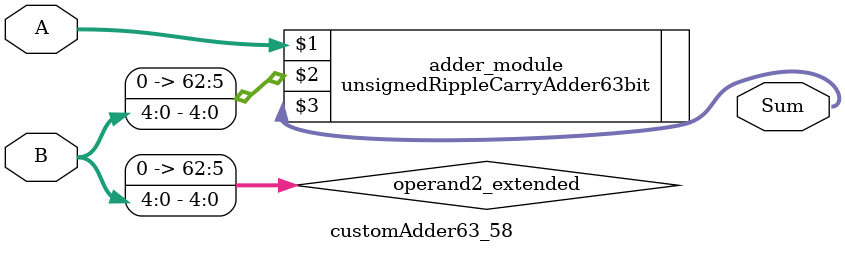
<source format=v>
module customAdder63_58(
                        input [62 : 0] A,
                        input [4 : 0] B,
                        
                        output [63 : 0] Sum
                );

        wire [62 : 0] operand2_extended;
        
        assign operand2_extended =  {58'b0, B};
        
        unsignedRippleCarryAdder63bit adder_module(
            A,
            operand2_extended,
            Sum
        );
        
        endmodule
        
</source>
